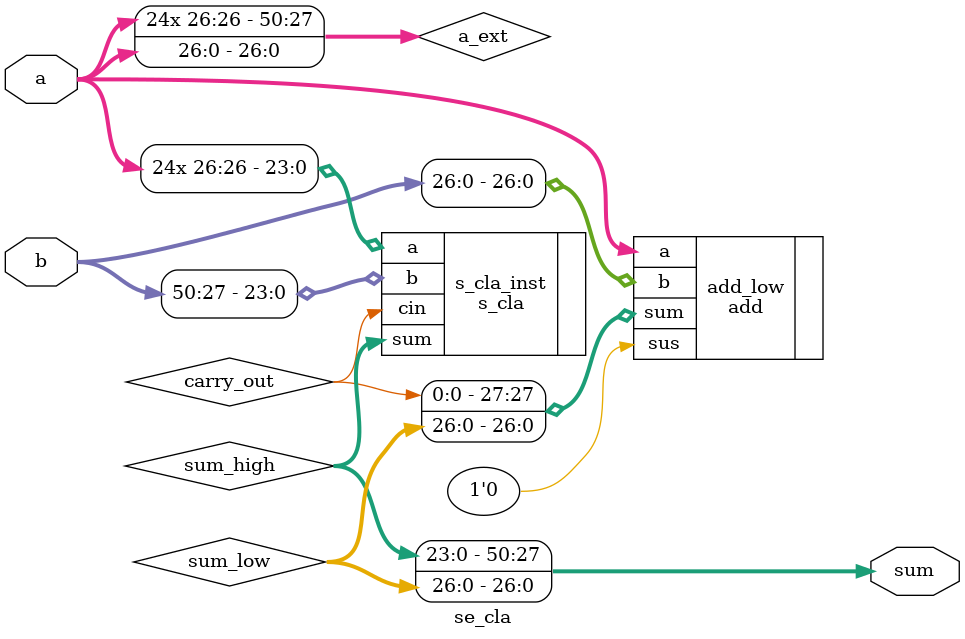
<source format=v>
module se_cla(
    input [26:0] a,           // 27位输入
    input [50:0] b,           // 51位输入
    output [50:0] sum         // 51位输出
);

    // 对27位输入a进行符号位扩展
    wire [50:0] a_ext;
    assign a_ext = {{24{a[26]}}, a};  // 符号位扩展
    
    // 低27位加法
    wire [26:0] sum_low;
    wire carry_out;
    
    add #(.width(27)) add_low(
        .a(a),
        .b(b[26:0]),
        .sus(1'b0),  // 无符号加法
        .sum({carry_out, sum_low})
    );
    
    // 高24位加法（考虑进位）
    wire [23:0] sum_high;
    
    s_cla s_cla_inst(
        .a(a_ext[50:27]),
        .b(b[50:27]),
        .cin(carry_out),
        .sum(sum_high)
    );
    
    // 拼接结果
    assign sum = {sum_high, sum_low};

endmodule 
</source>
